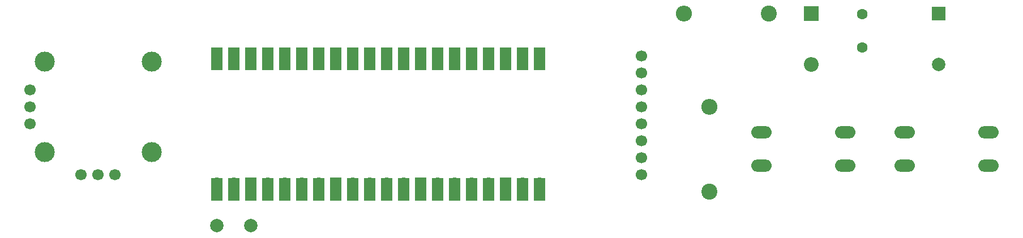
<source format=gbr>
%TF.GenerationSoftware,KiCad,Pcbnew,7.0.10*%
%TF.CreationDate,2024-02-15T20:28:35+01:00*%
%TF.ProjectId,pico_game_console,7069636f-5f67-4616-9d65-5f636f6e736f,rev?*%
%TF.SameCoordinates,Original*%
%TF.FileFunction,Soldermask,Bot*%
%TF.FilePolarity,Negative*%
%FSLAX46Y46*%
G04 Gerber Fmt 4.6, Leading zero omitted, Abs format (unit mm)*
G04 Created by KiCad (PCBNEW 7.0.10) date 2024-02-15 20:28:35*
%MOMM*%
%LPD*%
G01*
G04 APERTURE LIST*
%ADD10C,1.700000*%
%ADD11O,1.700000X1.700000*%
%ADD12R,1.700000X3.500000*%
%ADD13R,1.700000X1.700000*%
%ADD14C,3.000000*%
%ADD15C,2.000000*%
%ADD16O,3.048000X1.850000*%
%ADD17O,2.400000X2.400000*%
%ADD18C,2.400000*%
%ADD19R,2.200000X2.200000*%
%ADD20O,2.200000X2.200000*%
%ADD21C,1.600000*%
%ADD22R,2.000000X2.000000*%
G04 APERTURE END LIST*
D10*
%TO.C,LCD1*%
X135890000Y-45720000D03*
X135890000Y-43180000D03*
X135890000Y-40640000D03*
X135890000Y-38100000D03*
X135890000Y-35560000D03*
X135890000Y-33020000D03*
X135890000Y-30480000D03*
X135890000Y-27940000D03*
%TD*%
D11*
%TO.C,U1*%
X72390000Y-29210000D03*
D12*
X72390000Y-28310000D03*
D11*
X74930000Y-29210000D03*
D12*
X74930000Y-28310000D03*
X77470000Y-28310000D03*
D13*
X77470000Y-29210000D03*
D11*
X80010000Y-29210000D03*
D12*
X80010000Y-28310000D03*
D11*
X82550000Y-29210000D03*
D12*
X82550000Y-28310000D03*
D11*
X85090000Y-29210000D03*
D12*
X85090000Y-28310000D03*
X87630000Y-28310000D03*
D11*
X87630000Y-29210000D03*
D13*
X90170000Y-29210000D03*
D12*
X90170000Y-28310000D03*
X92710000Y-28310000D03*
D11*
X92710000Y-29210000D03*
X95250000Y-29210000D03*
D12*
X95250000Y-28310000D03*
X97790000Y-28310000D03*
D11*
X97790000Y-29210000D03*
X100330000Y-29210000D03*
D12*
X100330000Y-28310000D03*
D13*
X102870000Y-29210000D03*
D12*
X102870000Y-28310000D03*
X105410000Y-28310000D03*
D11*
X105410000Y-29210000D03*
X107950000Y-29210000D03*
D12*
X107950000Y-28310000D03*
X110490000Y-28310000D03*
D11*
X110490000Y-29210000D03*
D12*
X113030000Y-28310000D03*
D11*
X113030000Y-29210000D03*
D12*
X115570000Y-28310000D03*
D13*
X115570000Y-29210000D03*
D11*
X118110000Y-29210000D03*
D12*
X118110000Y-28310000D03*
X120650000Y-28310000D03*
D11*
X120650000Y-29210000D03*
D12*
X120650000Y-47890000D03*
D11*
X120650000Y-46990000D03*
D12*
X118110000Y-47890000D03*
D11*
X118110000Y-46990000D03*
D12*
X115570000Y-47890000D03*
D13*
X115570000Y-46990000D03*
D11*
X113030000Y-46990000D03*
D12*
X113030000Y-47890000D03*
X110490000Y-47890000D03*
D11*
X110490000Y-46990000D03*
D12*
X107950000Y-47890000D03*
D11*
X107950000Y-46990000D03*
X105410000Y-46990000D03*
D12*
X105410000Y-47890000D03*
D13*
X102870000Y-46990000D03*
D12*
X102870000Y-47890000D03*
D11*
X100330000Y-46990000D03*
D12*
X100330000Y-47890000D03*
X97790000Y-47890000D03*
D11*
X97790000Y-46990000D03*
X95250000Y-46990000D03*
D12*
X95250000Y-47890000D03*
D11*
X92710000Y-46990000D03*
D12*
X92710000Y-47890000D03*
X90170000Y-47890000D03*
D13*
X90170000Y-46990000D03*
D12*
X87630000Y-47890000D03*
D11*
X87630000Y-46990000D03*
D12*
X85090000Y-47890000D03*
D11*
X85090000Y-46990000D03*
X82550000Y-46990000D03*
D12*
X82550000Y-47890000D03*
X80010000Y-47890000D03*
D11*
X80010000Y-46990000D03*
D12*
X77470000Y-47890000D03*
D13*
X77470000Y-46990000D03*
D12*
X74930000Y-47890000D03*
D11*
X74930000Y-46990000D03*
X72390000Y-46990000D03*
D12*
X72390000Y-47890000D03*
%TD*%
D10*
%TO.C,JOY1*%
X52070000Y-45720000D03*
X54610000Y-45720000D03*
X57150000Y-45720000D03*
X44450000Y-38100000D03*
X44450000Y-35560000D03*
X44450000Y-33020000D03*
D14*
X46610000Y-28810000D03*
X46610000Y-42310000D03*
X62610000Y-28810000D03*
X62610000Y-42310000D03*
%TD*%
D15*
%TO.C,+3V/GND1*%
X72390000Y-53340000D03*
X77470000Y-53340000D03*
%TD*%
D16*
%TO.C,SW2*%
X187760000Y-44370000D03*
X175260000Y-44370000D03*
X187760000Y-39370000D03*
X175260000Y-39370000D03*
%TD*%
%TO.C,SW1*%
X166370000Y-44370000D03*
X153870000Y-44370000D03*
X166370000Y-39370000D03*
X153870000Y-39370000D03*
%TD*%
D17*
%TO.C,R2*%
X142240000Y-21590000D03*
D18*
X154940000Y-21590000D03*
%TD*%
%TO.C,R1*%
X146050000Y-48260000D03*
D17*
X146050000Y-35560000D03*
%TD*%
D19*
%TO.C,D1*%
X161290000Y-21590000D03*
D20*
X161290000Y-29210000D03*
%TD*%
D21*
%TO.C,C1*%
X168910000Y-21630000D03*
X168910000Y-26630000D03*
%TD*%
D22*
%TO.C,BZ1*%
X180340000Y-21600000D03*
D15*
X180340000Y-29200000D03*
%TD*%
M02*

</source>
